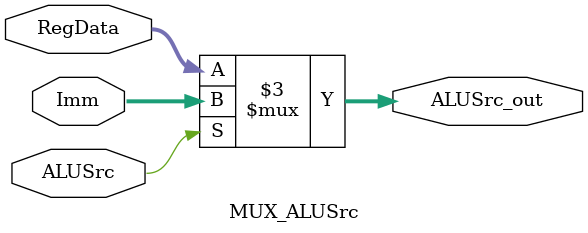
<source format=sv>
module MUX_ALUSrc(
	input logic ALUSrc,
	input logic [31:0] RegData,
	input logic [31:0] Imm,
	output logic [31:0] ALUSrc_out
);

	always_comb begin
    	if (ALUSrc)
        	ALUSrc_out = Imm;
    	else
        	ALUSrc_out = RegData;
	end

endmodule

</source>
